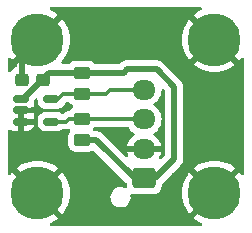
<source format=gtl>
G04 #@! TF.GenerationSoftware,KiCad,Pcbnew,7.0.8*
G04 #@! TF.CreationDate,2023-12-02T16:20:36-07:00*
G04 #@! TF.ProjectId,wheelspeed,77686565-6c73-4706-9565-642e6b696361,v1*
G04 #@! TF.SameCoordinates,Original*
G04 #@! TF.FileFunction,Copper,L1,Top*
G04 #@! TF.FilePolarity,Positive*
%FSLAX46Y46*%
G04 Gerber Fmt 4.6, Leading zero omitted, Abs format (unit mm)*
G04 Created by KiCad (PCBNEW 7.0.8) date 2023-12-02 16:20:36*
%MOMM*%
%LPD*%
G01*
G04 APERTURE LIST*
G04 Aperture macros list*
%AMRoundRect*
0 Rectangle with rounded corners*
0 $1 Rounding radius*
0 $2 $3 $4 $5 $6 $7 $8 $9 X,Y pos of 4 corners*
0 Add a 4 corners polygon primitive as box body*
4,1,4,$2,$3,$4,$5,$6,$7,$8,$9,$2,$3,0*
0 Add four circle primitives for the rounded corners*
1,1,$1+$1,$2,$3*
1,1,$1+$1,$4,$5*
1,1,$1+$1,$6,$7*
1,1,$1+$1,$8,$9*
0 Add four rect primitives between the rounded corners*
20,1,$1+$1,$2,$3,$4,$5,0*
20,1,$1+$1,$4,$5,$6,$7,0*
20,1,$1+$1,$6,$7,$8,$9,0*
20,1,$1+$1,$8,$9,$2,$3,0*%
G04 Aperture macros list end*
G04 #@! TA.AperFunction,SMDPad,CuDef*
%ADD10RoundRect,0.250000X-0.450000X0.262500X-0.450000X-0.262500X0.450000X-0.262500X0.450000X0.262500X0*%
G04 #@! TD*
G04 #@! TA.AperFunction,ComponentPad*
%ADD11C,4.500000*%
G04 #@! TD*
G04 #@! TA.AperFunction,SMDPad,CuDef*
%ADD12RoundRect,0.250000X0.450000X-0.262500X0.450000X0.262500X-0.450000X0.262500X-0.450000X-0.262500X0*%
G04 #@! TD*
G04 #@! TA.AperFunction,SMDPad,CuDef*
%ADD13RoundRect,0.275000X0.300000X0.275000X-0.300000X0.275000X-0.300000X-0.275000X0.300000X-0.275000X0*%
G04 #@! TD*
G04 #@! TA.AperFunction,SMDPad,CuDef*
%ADD14RoundRect,0.150000X-0.512500X-0.150000X0.512500X-0.150000X0.512500X0.150000X-0.512500X0.150000X0*%
G04 #@! TD*
G04 #@! TA.AperFunction,ComponentPad*
%ADD15RoundRect,0.250000X0.725000X-0.600000X0.725000X0.600000X-0.725000X0.600000X-0.725000X-0.600000X0*%
G04 #@! TD*
G04 #@! TA.AperFunction,ComponentPad*
%ADD16O,1.950000X1.700000*%
G04 #@! TD*
G04 #@! TA.AperFunction,ViaPad*
%ADD17C,0.800000*%
G04 #@! TD*
G04 #@! TA.AperFunction,Conductor*
%ADD18C,0.500000*%
G04 #@! TD*
G04 #@! TA.AperFunction,Conductor*
%ADD19C,0.300000*%
G04 #@! TD*
G04 APERTURE END LIST*
D10*
X136293750Y-93200000D03*
X136293750Y-95025000D03*
D11*
X147500000Y-90412500D03*
X132500000Y-103412500D03*
X132500000Y-90412500D03*
D12*
X136293750Y-98925000D03*
X136293750Y-97100000D03*
D11*
X147500000Y-103412500D03*
D13*
X133000000Y-93800000D03*
X131200000Y-93800000D03*
D14*
X131093750Y-95450000D03*
X131093750Y-96400000D03*
X131093750Y-97350000D03*
X133693750Y-97350000D03*
X133693750Y-95450000D03*
D15*
X141543750Y-102162500D03*
D16*
X141543750Y-99662500D03*
X141543750Y-97162500D03*
X141543750Y-94662500D03*
D17*
X130900000Y-98700000D03*
D18*
X141543750Y-102162500D02*
X140743750Y-102162500D01*
X143393750Y-101206250D02*
X144100000Y-100500000D01*
X131256250Y-95418750D02*
X132875000Y-93800000D01*
X139806250Y-93200000D02*
X136293750Y-93200000D01*
X141543750Y-102162500D02*
X142443750Y-102162500D01*
X142443750Y-102162500D02*
X143393750Y-101212500D01*
X142593750Y-92912500D02*
X140093750Y-92912500D01*
X132875000Y-93800000D02*
X132906250Y-93800000D01*
X143393750Y-101212500D02*
X143393750Y-101206250D01*
X144100000Y-94418750D02*
X142593750Y-92912500D01*
X131256250Y-95450000D02*
X131256250Y-95418750D01*
X144100000Y-100500000D02*
X144100000Y-94418750D01*
X140743750Y-102162500D02*
X137506250Y-98925000D01*
X133506250Y-93200000D02*
X136293750Y-93200000D01*
X137506250Y-98925000D02*
X136293750Y-98925000D01*
X132906250Y-93800000D02*
X133506250Y-93200000D01*
X140093750Y-92912500D02*
X139806250Y-93200000D01*
X131200000Y-91712500D02*
X132500000Y-90412500D01*
X131200000Y-93800000D02*
X131200000Y-91712500D01*
D19*
X141543750Y-97162500D02*
X136356250Y-97162500D01*
X136356250Y-97162500D02*
X136293750Y-97100000D01*
X135200000Y-97100000D02*
X134950000Y-97350000D01*
X136293750Y-97100000D02*
X135200000Y-97100000D01*
X134950000Y-97350000D02*
X133531250Y-97350000D01*
X138281250Y-95025000D02*
X138643750Y-94662500D01*
X136293750Y-95025000D02*
X134675000Y-95025000D01*
X134675000Y-95025000D02*
X134250000Y-95450000D01*
X138643750Y-94662500D02*
X141543750Y-94662500D01*
X134250000Y-95450000D02*
X133531250Y-95450000D01*
X136293750Y-95025000D02*
X138281250Y-95025000D01*
G04 #@! TA.AperFunction,Conductor*
G36*
X146397957Y-87682685D02*
G01*
X146443712Y-87735489D01*
X146453656Y-87804647D01*
X146424631Y-87868203D01*
X146381809Y-87900076D01*
X146219680Y-87973044D01*
X146219678Y-87973045D01*
X145934968Y-88145157D01*
X145934960Y-88145162D01*
X145739416Y-88298361D01*
X145739416Y-88298362D01*
X146738627Y-89297573D01*
X146628922Y-89374390D01*
X146461890Y-89541422D01*
X146385073Y-89651126D01*
X145385862Y-88651916D01*
X145385861Y-88651916D01*
X145232662Y-88847460D01*
X145232657Y-88847468D01*
X145060545Y-89132178D01*
X145060543Y-89132180D01*
X144924005Y-89435556D01*
X144923999Y-89435571D01*
X144825032Y-89753170D01*
X144765060Y-90080423D01*
X144744974Y-90412500D01*
X144765060Y-90744576D01*
X144825032Y-91071829D01*
X144923999Y-91389428D01*
X144924005Y-91389443D01*
X145060543Y-91692819D01*
X145060545Y-91692821D01*
X145232656Y-91977530D01*
X145385862Y-92173082D01*
X146385073Y-91173872D01*
X146461890Y-91283578D01*
X146628922Y-91450610D01*
X146738626Y-91527425D01*
X145739416Y-92526636D01*
X145739416Y-92526637D01*
X145934969Y-92679843D01*
X146219678Y-92851954D01*
X146219680Y-92851956D01*
X146523056Y-92988494D01*
X146523071Y-92988500D01*
X146840670Y-93087467D01*
X147167923Y-93147439D01*
X147500000Y-93167525D01*
X147832076Y-93147439D01*
X148159329Y-93087467D01*
X148476928Y-92988500D01*
X148476943Y-92988494D01*
X148780319Y-92851956D01*
X148780321Y-92851954D01*
X149065031Y-92679842D01*
X149065039Y-92679836D01*
X149260582Y-92526637D01*
X149260582Y-92526636D01*
X148261373Y-91527426D01*
X148371078Y-91450610D01*
X148538110Y-91283578D01*
X148614926Y-91173873D01*
X149614136Y-92173082D01*
X149614137Y-92173082D01*
X149767336Y-91977539D01*
X149767343Y-91977529D01*
X149769382Y-91974157D01*
X149820909Y-91926969D01*
X149889768Y-91915129D01*
X149954097Y-91942396D01*
X149993472Y-92000114D01*
X149999500Y-92038305D01*
X149999500Y-101786693D01*
X149979815Y-101853732D01*
X149927011Y-101899487D01*
X149857853Y-101909431D01*
X149794297Y-101880406D01*
X149769383Y-101850843D01*
X149767343Y-101847469D01*
X149614136Y-101651916D01*
X148614925Y-102651126D01*
X148538110Y-102541422D01*
X148371078Y-102374390D01*
X148261372Y-102297573D01*
X149260582Y-101298362D01*
X149260582Y-101298361D01*
X149065030Y-101145156D01*
X148780321Y-100973045D01*
X148780319Y-100973043D01*
X148476943Y-100836505D01*
X148476928Y-100836499D01*
X148159329Y-100737532D01*
X147832076Y-100677560D01*
X147500000Y-100657474D01*
X147167923Y-100677560D01*
X146840670Y-100737532D01*
X146523071Y-100836499D01*
X146523056Y-100836505D01*
X146219680Y-100973043D01*
X146219678Y-100973045D01*
X145934968Y-101145157D01*
X145934960Y-101145162D01*
X145739416Y-101298361D01*
X145739416Y-101298362D01*
X146738627Y-102297573D01*
X146628922Y-102374390D01*
X146461890Y-102541422D01*
X146385073Y-102651126D01*
X145385862Y-101651916D01*
X145385861Y-101651916D01*
X145232662Y-101847460D01*
X145232657Y-101847468D01*
X145060545Y-102132178D01*
X145060543Y-102132180D01*
X144924005Y-102435556D01*
X144923999Y-102435571D01*
X144825032Y-102753170D01*
X144765060Y-103080423D01*
X144744974Y-103412500D01*
X144765060Y-103744576D01*
X144825032Y-104071829D01*
X144923999Y-104389428D01*
X144924005Y-104389443D01*
X145060543Y-104692819D01*
X145060545Y-104692821D01*
X145232656Y-104977530D01*
X145385862Y-105173082D01*
X146385073Y-104173872D01*
X146461890Y-104283578D01*
X146628922Y-104450610D01*
X146738626Y-104527425D01*
X145739416Y-105526636D01*
X145739416Y-105526637D01*
X145934969Y-105679843D01*
X146219678Y-105851954D01*
X146219680Y-105851955D01*
X146381809Y-105924924D01*
X146434864Y-105970389D01*
X146454916Y-106037319D01*
X146435600Y-106104466D01*
X146383048Y-106150510D01*
X146330918Y-106162000D01*
X133669082Y-106162000D01*
X133602043Y-106142315D01*
X133556288Y-106089511D01*
X133546344Y-106020353D01*
X133575369Y-105956797D01*
X133618191Y-105924924D01*
X133780319Y-105851955D01*
X133780321Y-105851954D01*
X134065031Y-105679842D01*
X134065039Y-105679836D01*
X134260582Y-105526637D01*
X134260582Y-105526636D01*
X133261372Y-104527426D01*
X133371078Y-104450610D01*
X133538110Y-104283578D01*
X133614926Y-104173873D01*
X134614136Y-105173082D01*
X134614137Y-105173082D01*
X134767336Y-104977539D01*
X134767342Y-104977531D01*
X134939454Y-104692821D01*
X134939456Y-104692819D01*
X135075994Y-104389443D01*
X135076000Y-104389428D01*
X135174967Y-104071829D01*
X135234939Y-103744576D01*
X135255025Y-103412500D01*
X135234939Y-103080423D01*
X135174967Y-102753170D01*
X135076000Y-102435571D01*
X135075994Y-102435556D01*
X134939456Y-102132180D01*
X134939454Y-102132178D01*
X134767343Y-101847469D01*
X134614136Y-101651916D01*
X133614925Y-102651126D01*
X133538110Y-102541422D01*
X133371078Y-102374390D01*
X133261372Y-102297573D01*
X134260582Y-101298362D01*
X134260582Y-101298361D01*
X134065030Y-101145156D01*
X133780321Y-100973045D01*
X133780319Y-100973043D01*
X133476943Y-100836505D01*
X133476928Y-100836499D01*
X133159329Y-100737532D01*
X132832076Y-100677560D01*
X132500000Y-100657474D01*
X132167923Y-100677560D01*
X131840670Y-100737532D01*
X131523071Y-100836499D01*
X131523056Y-100836505D01*
X131219680Y-100973043D01*
X131219678Y-100973045D01*
X130934968Y-101145157D01*
X130934960Y-101145162D01*
X130739416Y-101298361D01*
X130739416Y-101298362D01*
X131738627Y-102297573D01*
X131628922Y-102374390D01*
X131461890Y-102541422D01*
X131385073Y-102651126D01*
X130385862Y-101651916D01*
X130385861Y-101651916D01*
X130232662Y-101847460D01*
X130232656Y-101847468D01*
X130230617Y-101850843D01*
X130179089Y-101898031D01*
X130110229Y-101909869D01*
X130045901Y-101882600D01*
X130006527Y-101824881D01*
X130000500Y-101786693D01*
X130000500Y-98129103D01*
X130020185Y-98062064D01*
X130072989Y-98016309D01*
X130142147Y-98006365D01*
X130187621Y-98022371D01*
X130321053Y-98101282D01*
X130321056Y-98101283D01*
X130478754Y-98147099D01*
X130478760Y-98147100D01*
X130515606Y-98150000D01*
X130843750Y-98150000D01*
X130843750Y-97600000D01*
X131343750Y-97600000D01*
X131343750Y-98150000D01*
X131671894Y-98150000D01*
X131708739Y-98147100D01*
X131708745Y-98147099D01*
X131866443Y-98101283D01*
X131866446Y-98101282D01*
X132007802Y-98017685D01*
X132007811Y-98017678D01*
X132123928Y-97901561D01*
X132123935Y-97901552D01*
X132207531Y-97760198D01*
X132253350Y-97602486D01*
X132253545Y-97600001D01*
X132253545Y-97600000D01*
X131343750Y-97600000D01*
X130843750Y-97600000D01*
X130843750Y-96650000D01*
X131343750Y-96650000D01*
X131343750Y-97100000D01*
X132253545Y-97100000D01*
X132253545Y-97099998D01*
X132253350Y-97097513D01*
X132207532Y-96939804D01*
X132206540Y-96938127D01*
X132206161Y-96936635D01*
X132204435Y-96932646D01*
X132205078Y-96932367D01*
X132189354Y-96870404D01*
X132204874Y-96817544D01*
X132204435Y-96817354D01*
X132205976Y-96813792D01*
X132206540Y-96811873D01*
X132207532Y-96810195D01*
X132253350Y-96652486D01*
X132253545Y-96650001D01*
X132253545Y-96650000D01*
X131343750Y-96650000D01*
X130843750Y-96650000D01*
X130843750Y-96374500D01*
X130863435Y-96307461D01*
X130916239Y-96261706D01*
X130967750Y-96250500D01*
X131671946Y-96250500D01*
X131690381Y-96249049D01*
X131708819Y-96247598D01*
X131708821Y-96247597D01*
X131708823Y-96247597D01*
X131750441Y-96235505D01*
X131866648Y-96201744D01*
X131924944Y-96167268D01*
X131988065Y-96150000D01*
X132253545Y-96150000D01*
X132253545Y-96149998D01*
X132253350Y-96147511D01*
X132253349Y-96147505D01*
X132207533Y-95989806D01*
X132207531Y-95989801D01*
X132206828Y-95988612D01*
X132206560Y-95987558D01*
X132204434Y-95982644D01*
X132205226Y-95982300D01*
X132189645Y-95920888D01*
X132205259Y-95867714D01*
X132204896Y-95867557D01*
X132206170Y-95864612D01*
X132206829Y-95862369D01*
X132207689Y-95860913D01*
X132207994Y-95860398D01*
X132253848Y-95702569D01*
X132256051Y-95674582D01*
X132256750Y-95665696D01*
X132256750Y-95530978D01*
X132276435Y-95463939D01*
X132293065Y-95443301D01*
X132319070Y-95417296D01*
X132380392Y-95383812D01*
X132450084Y-95388796D01*
X132506017Y-95430668D01*
X132530434Y-95496132D01*
X132530750Y-95504978D01*
X132530750Y-95665696D01*
X132533651Y-95702567D01*
X132533652Y-95702573D01*
X132579504Y-95860393D01*
X132579505Y-95860396D01*
X132579506Y-95860398D01*
X132583740Y-95867557D01*
X132663167Y-96001862D01*
X132663173Y-96001870D01*
X132779379Y-96118076D01*
X132779383Y-96118079D01*
X132779385Y-96118081D01*
X132920852Y-96201744D01*
X132962474Y-96213836D01*
X133078676Y-96247597D01*
X133078679Y-96247597D01*
X133078681Y-96247598D01*
X133090972Y-96248565D01*
X133115554Y-96250500D01*
X133115556Y-96250500D01*
X134271946Y-96250500D01*
X134290381Y-96249049D01*
X134308819Y-96247598D01*
X134308821Y-96247597D01*
X134308823Y-96247597D01*
X134350441Y-96235505D01*
X134466648Y-96201744D01*
X134608115Y-96118081D01*
X134724331Y-96001865D01*
X134807994Y-95860398D01*
X134818950Y-95822685D01*
X134850346Y-95769599D01*
X134908128Y-95711818D01*
X134969451Y-95678334D01*
X134995808Y-95675500D01*
X135132082Y-95675500D01*
X135199121Y-95695185D01*
X135237620Y-95734403D01*
X135251035Y-95756152D01*
X135251038Y-95756156D01*
X135375094Y-95880212D01*
X135499525Y-95956961D01*
X135546249Y-96008909D01*
X135557472Y-96077872D01*
X135529628Y-96141954D01*
X135499525Y-96168039D01*
X135375092Y-96244789D01*
X135251038Y-96368843D01*
X135251036Y-96368846D01*
X135236515Y-96392387D01*
X135184566Y-96439109D01*
X135134877Y-96451225D01*
X135097434Y-96452402D01*
X135097424Y-96452404D01*
X135077048Y-96458323D01*
X135058008Y-96462266D01*
X135036947Y-96464927D01*
X135036939Y-96464929D01*
X134991775Y-96482811D01*
X134986247Y-96484703D01*
X134939602Y-96498255D01*
X134921332Y-96509060D01*
X134903863Y-96517618D01*
X134884128Y-96525432D01*
X134884126Y-96525433D01*
X134852585Y-96548348D01*
X134847007Y-96552402D01*
X134844839Y-96553977D01*
X134839956Y-96557184D01*
X134798132Y-96581919D01*
X134783126Y-96596926D01*
X134768336Y-96609558D01*
X134751167Y-96622032D01*
X134751164Y-96622035D01*
X134738407Y-96637455D01*
X134680505Y-96676560D01*
X134610654Y-96678153D01*
X134579747Y-96665142D01*
X134466648Y-96598256D01*
X134466647Y-96598255D01*
X134466646Y-96598255D01*
X134466643Y-96598254D01*
X134308823Y-96552402D01*
X134308817Y-96552401D01*
X134271946Y-96549500D01*
X134271944Y-96549500D01*
X133115556Y-96549500D01*
X133115554Y-96549500D01*
X133078682Y-96552401D01*
X133078676Y-96552402D01*
X132920856Y-96598254D01*
X132920853Y-96598255D01*
X132779387Y-96681917D01*
X132779379Y-96681923D01*
X132663173Y-96798129D01*
X132663167Y-96798137D01*
X132579505Y-96939603D01*
X132579504Y-96939606D01*
X132533652Y-97097426D01*
X132533651Y-97097432D01*
X132530750Y-97134304D01*
X132530750Y-97565696D01*
X132533651Y-97602567D01*
X132533652Y-97602573D01*
X132579504Y-97760393D01*
X132579505Y-97760396D01*
X132663167Y-97901862D01*
X132663173Y-97901870D01*
X132779379Y-98018076D01*
X132779383Y-98018079D01*
X132779385Y-98018081D01*
X132920852Y-98101744D01*
X132962474Y-98113836D01*
X133078676Y-98147597D01*
X133078679Y-98147597D01*
X133078681Y-98147598D01*
X133090972Y-98148565D01*
X133115554Y-98150500D01*
X133115556Y-98150500D01*
X134271946Y-98150500D01*
X134290381Y-98149049D01*
X134308819Y-98147598D01*
X134308821Y-98147597D01*
X134308823Y-98147597D01*
X134353868Y-98134510D01*
X134466648Y-98101744D01*
X134572983Y-98038858D01*
X134608645Y-98017768D01*
X134671766Y-98000500D01*
X134864495Y-98000500D01*
X134880505Y-98002267D01*
X134880528Y-98002026D01*
X134888289Y-98002758D01*
X134888296Y-98002760D01*
X134960203Y-98000500D01*
X134990925Y-98000500D01*
X134998190Y-97999581D01*
X135004016Y-97999122D01*
X135052569Y-97997597D01*
X135072956Y-97991673D01*
X135091996Y-97987731D01*
X135113058Y-97985071D01*
X135130359Y-97978220D01*
X135199933Y-97971842D01*
X135261915Y-98004092D01*
X135296621Y-98064733D01*
X135293033Y-98134510D01*
X135263691Y-98181191D01*
X135251038Y-98193844D01*
X135158937Y-98343163D01*
X135158935Y-98343168D01*
X135150298Y-98369234D01*
X135103751Y-98509703D01*
X135103751Y-98509704D01*
X135103750Y-98509704D01*
X135093250Y-98612483D01*
X135093250Y-99237501D01*
X135093251Y-99237519D01*
X135103750Y-99340296D01*
X135103751Y-99340299D01*
X135144460Y-99463149D01*
X135158936Y-99506834D01*
X135251038Y-99656156D01*
X135375094Y-99780212D01*
X135524416Y-99872314D01*
X135690953Y-99927499D01*
X135793741Y-99938000D01*
X136793758Y-99937999D01*
X136793766Y-99937998D01*
X136793769Y-99937998D01*
X136850052Y-99932248D01*
X136896547Y-99927499D01*
X137063084Y-99872314D01*
X137183194Y-99798229D01*
X137250586Y-99779790D01*
X137317249Y-99800713D01*
X137335971Y-99816088D01*
X140031931Y-102512048D01*
X140065416Y-102573371D01*
X140068250Y-102599728D01*
X140068250Y-102812500D01*
X140068251Y-102812519D01*
X140073530Y-102864190D01*
X140060760Y-102932883D01*
X140012879Y-102983767D01*
X139945089Y-103000687D01*
X139898105Y-102989330D01*
X139891028Y-102986056D01*
X139816917Y-102951768D01*
X139816913Y-102951766D01*
X139636247Y-102912000D01*
X139497637Y-102912000D01*
X139497633Y-102912000D01*
X139359838Y-102926986D01*
X139184526Y-102986057D01*
X139184524Y-102986058D01*
X139026012Y-103081431D01*
X139026011Y-103081432D01*
X138891709Y-103208649D01*
X138787888Y-103361776D01*
X138719419Y-103533622D01*
X138689490Y-103716185D01*
X138699505Y-103900906D01*
X138699505Y-103900911D01*
X138748994Y-104079156D01*
X138748997Y-104079162D01*
X138835648Y-104242602D01*
X138898290Y-104316350D01*
X138955413Y-104383600D01*
X139102686Y-104495554D01*
X139270583Y-104573232D01*
X139270584Y-104573232D01*
X139270586Y-104573233D01*
X139325398Y-104585297D01*
X139451253Y-104613000D01*
X139451256Y-104613000D01*
X139589857Y-104613000D01*
X139589863Y-104613000D01*
X139727660Y-104598014D01*
X139902971Y-104538944D01*
X140061486Y-104443570D01*
X140195791Y-104316349D01*
X140299608Y-104163230D01*
X140368081Y-103991375D01*
X140398010Y-103808817D01*
X140387995Y-103624093D01*
X140384844Y-103612744D01*
X140385876Y-103542882D01*
X140424514Y-103484668D01*
X140488491Y-103456585D01*
X140543323Y-103461863D01*
X140665953Y-103502499D01*
X140768741Y-103513000D01*
X142318758Y-103512999D01*
X142421547Y-103502499D01*
X142588084Y-103447314D01*
X142737406Y-103355212D01*
X142861462Y-103231156D01*
X142953564Y-103081834D01*
X143008749Y-102915297D01*
X143019250Y-102812509D01*
X143019249Y-102699728D01*
X143038933Y-102632690D01*
X143055563Y-102612053D01*
X143879392Y-101788224D01*
X143893021Y-101776447D01*
X143912280Y-101762110D01*
X143945851Y-101722101D01*
X143949511Y-101718106D01*
X143955338Y-101712280D01*
X143955338Y-101712279D01*
X143955341Y-101712277D01*
X143975690Y-101686540D01*
X143977814Y-101684008D01*
X143981489Y-101679877D01*
X144585641Y-101075724D01*
X144599260Y-101063954D01*
X144618530Y-101049610D01*
X144652123Y-101009574D01*
X144655757Y-101005608D01*
X144661590Y-100999777D01*
X144681927Y-100974055D01*
X144731302Y-100915214D01*
X144731304Y-100915209D01*
X144735272Y-100909179D01*
X144735323Y-100909212D01*
X144739369Y-100902860D01*
X144739317Y-100902828D01*
X144743109Y-100896679D01*
X144743111Y-100896677D01*
X144775569Y-100827069D01*
X144810040Y-100758433D01*
X144810043Y-100758417D01*
X144812510Y-100751644D01*
X144812568Y-100751665D01*
X144815043Y-100744546D01*
X144814985Y-100744527D01*
X144817256Y-100737672D01*
X144817276Y-100737578D01*
X144832784Y-100662467D01*
X144850500Y-100587721D01*
X144850500Y-100587720D01*
X144851339Y-100580548D01*
X144851397Y-100580554D01*
X144852164Y-100573056D01*
X144852104Y-100573051D01*
X144852733Y-100565860D01*
X144850500Y-100489103D01*
X144850500Y-94482455D01*
X144851809Y-94464485D01*
X144853867Y-94450432D01*
X144855289Y-94440727D01*
X144855140Y-94439028D01*
X144852409Y-94407808D01*
X144850735Y-94388683D01*
X144850500Y-94383282D01*
X144850500Y-94375046D01*
X144850500Y-94375041D01*
X144846691Y-94342455D01*
X144839998Y-94265953D01*
X144839995Y-94265944D01*
X144838538Y-94258885D01*
X144838598Y-94258872D01*
X144836966Y-94251514D01*
X144836908Y-94251528D01*
X144835241Y-94244497D01*
X144835241Y-94244495D01*
X144808969Y-94172313D01*
X144808132Y-94169788D01*
X144784815Y-94099418D01*
X144781762Y-94092871D01*
X144781815Y-94092845D01*
X144778531Y-94086061D01*
X144778479Y-94086088D01*
X144775236Y-94079632D01*
X144773194Y-94076528D01*
X144733034Y-94015466D01*
X144705104Y-93970185D01*
X144692714Y-93950097D01*
X144688234Y-93944431D01*
X144688280Y-93944393D01*
X144683519Y-93938549D01*
X144683474Y-93938588D01*
X144678834Y-93933058D01*
X144622982Y-93880363D01*
X143169479Y-92426861D01*
X143157699Y-92413230D01*
X143150232Y-92403201D01*
X143143362Y-92393972D01*
X143123149Y-92377011D01*
X143103337Y-92360386D01*
X143099362Y-92356744D01*
X143096440Y-92353822D01*
X143093530Y-92350911D01*
X143067790Y-92330559D01*
X143008959Y-92281194D01*
X143002930Y-92277229D01*
X143002962Y-92277180D01*
X142996603Y-92273128D01*
X142996572Y-92273179D01*
X142990430Y-92269391D01*
X142990428Y-92269390D01*
X142990427Y-92269389D01*
X142951224Y-92251108D01*
X142920808Y-92236924D01*
X142886644Y-92219767D01*
X142852183Y-92202460D01*
X142852181Y-92202459D01*
X142852180Y-92202459D01*
X142845395Y-92199989D01*
X142845415Y-92199933D01*
X142838299Y-92197459D01*
X142838281Y-92197515D01*
X142831421Y-92195242D01*
X142803591Y-92189496D01*
X142756184Y-92179707D01*
X142707222Y-92168103D01*
X142681469Y-92161999D01*
X142674297Y-92161161D01*
X142674303Y-92161101D01*
X142666805Y-92160335D01*
X142666800Y-92160395D01*
X142659610Y-92159765D01*
X142582833Y-92162000D01*
X140157455Y-92162000D01*
X140139485Y-92160691D01*
X140115722Y-92157210D01*
X140070640Y-92161155D01*
X140063683Y-92161764D01*
X140058282Y-92162000D01*
X140050038Y-92162000D01*
X140017457Y-92165808D01*
X139940949Y-92172501D01*
X139933883Y-92173961D01*
X139933871Y-92173904D01*
X139926504Y-92175538D01*
X139926518Y-92175594D01*
X139919501Y-92177256D01*
X139847323Y-92203526D01*
X139774412Y-92227687D01*
X139767869Y-92230738D01*
X139767844Y-92230686D01*
X139761064Y-92233968D01*
X139761090Y-92234020D01*
X139754631Y-92237264D01*
X139690459Y-92279470D01*
X139625095Y-92319788D01*
X139619427Y-92324270D01*
X139619391Y-92324224D01*
X139613548Y-92328984D01*
X139613585Y-92329028D01*
X139608055Y-92333667D01*
X139555349Y-92389533D01*
X139531700Y-92413181D01*
X139470377Y-92446666D01*
X139444019Y-92449500D01*
X137368480Y-92449500D01*
X137301441Y-92429815D01*
X137280799Y-92413181D01*
X137212407Y-92344789D01*
X137212406Y-92344788D01*
X137063084Y-92252686D01*
X136896547Y-92197501D01*
X136896545Y-92197500D01*
X136793760Y-92187000D01*
X135793748Y-92187000D01*
X135793730Y-92187001D01*
X135690953Y-92197500D01*
X135690950Y-92197501D01*
X135524418Y-92252685D01*
X135524413Y-92252687D01*
X135375092Y-92344789D01*
X135306701Y-92413181D01*
X135245378Y-92446666D01*
X135219020Y-92449500D01*
X134651450Y-92449500D01*
X134584411Y-92429815D01*
X134538656Y-92377011D01*
X134528712Y-92307853D01*
X134557737Y-92244297D01*
X134560006Y-92241859D01*
X134562162Y-92239426D01*
X134767337Y-91977540D01*
X134767342Y-91977531D01*
X134939454Y-91692821D01*
X134939456Y-91692819D01*
X135075994Y-91389443D01*
X135076000Y-91389428D01*
X135174967Y-91071829D01*
X135234939Y-90744576D01*
X135255025Y-90412500D01*
X135234939Y-90080423D01*
X135174967Y-89753170D01*
X135076000Y-89435571D01*
X135075994Y-89435556D01*
X134939456Y-89132180D01*
X134939454Y-89132178D01*
X134767343Y-88847469D01*
X134614136Y-88651916D01*
X133614925Y-89651126D01*
X133538110Y-89541422D01*
X133371078Y-89374390D01*
X133261372Y-89297573D01*
X134260582Y-88298362D01*
X134260582Y-88298361D01*
X134065030Y-88145156D01*
X133780321Y-87973045D01*
X133780319Y-87973044D01*
X133618191Y-87900076D01*
X133565136Y-87854611D01*
X133545084Y-87787681D01*
X133564400Y-87720534D01*
X133616952Y-87674490D01*
X133669082Y-87663000D01*
X146330918Y-87663000D01*
X146397957Y-87682685D01*
G37*
G04 #@! TD.AperFunction*
G04 #@! TA.AperFunction,Conductor*
G36*
X143233195Y-94613312D02*
G01*
X143313181Y-94693298D01*
X143346666Y-94754621D01*
X143349500Y-94780979D01*
X143349500Y-100137769D01*
X143329815Y-100204808D01*
X143313181Y-100225450D01*
X143012588Y-100526042D01*
X142951265Y-100559527D01*
X142881573Y-100554543D01*
X142825640Y-100512671D01*
X142801223Y-100447207D01*
X142816075Y-100378934D01*
X142823334Y-100367235D01*
X142842348Y-100340081D01*
X142842349Y-100340079D01*
X142942179Y-100125992D01*
X142942182Y-100125986D01*
X142999386Y-99912500D01*
X141947719Y-99912500D01*
X141980269Y-99861851D01*
X142018750Y-99730795D01*
X142018750Y-99594205D01*
X141980269Y-99463149D01*
X141947719Y-99412500D01*
X142999386Y-99412500D01*
X142999385Y-99412499D01*
X142942182Y-99199013D01*
X142942179Y-99199007D01*
X142842350Y-98984922D01*
X142842349Y-98984920D01*
X142706863Y-98791426D01*
X142706858Y-98791420D01*
X142539829Y-98624391D01*
X142539823Y-98624386D01*
X142382717Y-98514380D01*
X142339092Y-98459803D01*
X142331898Y-98390305D01*
X142363421Y-98327950D01*
X142382710Y-98311235D01*
X142540151Y-98200995D01*
X142707245Y-98033901D01*
X142842785Y-97840330D01*
X142942653Y-97626163D01*
X143003813Y-97397908D01*
X143024409Y-97162500D01*
X143003813Y-96927092D01*
X142942653Y-96698837D01*
X142842785Y-96484671D01*
X142842784Y-96484669D01*
X142707244Y-96291097D01*
X142540153Y-96124006D01*
X142430360Y-96047129D01*
X142383151Y-96014073D01*
X142339528Y-95959499D01*
X142332334Y-95890000D01*
X142363856Y-95827645D01*
X142383148Y-95810928D01*
X142540151Y-95700995D01*
X142707245Y-95533901D01*
X142842785Y-95340330D01*
X142942653Y-95126163D01*
X143003813Y-94897908D01*
X143021986Y-94690183D01*
X143047438Y-94625117D01*
X143104029Y-94584138D01*
X143173791Y-94580260D01*
X143233195Y-94613312D01*
G37*
G04 #@! TD.AperFunction*
G04 #@! TA.AperFunction,Conductor*
G36*
X140228068Y-97832685D02*
G01*
X140262604Y-97865877D01*
X140380256Y-98033903D01*
X140547347Y-98200994D01*
X140704781Y-98311230D01*
X140748406Y-98365807D01*
X140755600Y-98435305D01*
X140724077Y-98497660D01*
X140704782Y-98514380D01*
X140547672Y-98624390D01*
X140547670Y-98624391D01*
X140380644Y-98791417D01*
X140245149Y-98984921D01*
X140145320Y-99199007D01*
X140145317Y-99199013D01*
X140088114Y-99412499D01*
X140088114Y-99412500D01*
X141139781Y-99412500D01*
X141107231Y-99463149D01*
X141068750Y-99594205D01*
X141068750Y-99730795D01*
X141107231Y-99861851D01*
X141139781Y-99912500D01*
X140088114Y-99912500D01*
X140145317Y-100125986D01*
X140145321Y-100125997D01*
X140177264Y-100194499D01*
X140187756Y-100263576D01*
X140159236Y-100327360D01*
X140100759Y-100365599D01*
X140030891Y-100366153D01*
X139977201Y-100334584D01*
X139236822Y-99594205D01*
X138081979Y-98439361D01*
X138070199Y-98425730D01*
X138062732Y-98415701D01*
X138055862Y-98406472D01*
X138036595Y-98390305D01*
X138015837Y-98372886D01*
X138011862Y-98369244D01*
X138008425Y-98365807D01*
X138006030Y-98363411D01*
X137980290Y-98343059D01*
X137921459Y-98293694D01*
X137915430Y-98289729D01*
X137915462Y-98289680D01*
X137909103Y-98285628D01*
X137909072Y-98285679D01*
X137902930Y-98281891D01*
X137902928Y-98281890D01*
X137902927Y-98281889D01*
X137863724Y-98263608D01*
X137833308Y-98249424D01*
X137799144Y-98232267D01*
X137764683Y-98214960D01*
X137764681Y-98214959D01*
X137764680Y-98214959D01*
X137757895Y-98212489D01*
X137757915Y-98212433D01*
X137750799Y-98209959D01*
X137750781Y-98210015D01*
X137743921Y-98207742D01*
X137711238Y-98200994D01*
X137668684Y-98192207D01*
X137619722Y-98180603D01*
X137593969Y-98174499D01*
X137586797Y-98173661D01*
X137586803Y-98173601D01*
X137579305Y-98172835D01*
X137579300Y-98172895D01*
X137572110Y-98172265D01*
X137495333Y-98174500D01*
X137368480Y-98174500D01*
X137301441Y-98154815D01*
X137280799Y-98138181D01*
X137242799Y-98100181D01*
X137209314Y-98038858D01*
X137214298Y-97969166D01*
X137242797Y-97924820D01*
X137318300Y-97849318D01*
X137379624Y-97815834D01*
X137405981Y-97813000D01*
X140161029Y-97813000D01*
X140228068Y-97832685D01*
G37*
G04 #@! TD.AperFunction*
G04 #@! TA.AperFunction,Conductor*
G36*
X131461890Y-91283578D02*
G01*
X131628922Y-91450610D01*
X131738626Y-91527425D01*
X130739416Y-92526636D01*
X130739416Y-92526637D01*
X130766992Y-92548241D01*
X130807625Y-92605081D01*
X130811077Y-92674865D01*
X130776253Y-92735438D01*
X130731474Y-92762894D01*
X130561611Y-92822331D01*
X130413737Y-92915246D01*
X130290246Y-93038737D01*
X130229494Y-93135425D01*
X130177159Y-93181716D01*
X130108106Y-93192364D01*
X130044257Y-93163989D01*
X130005885Y-93105600D01*
X130000500Y-93069453D01*
X130000500Y-92038306D01*
X130020185Y-91971267D01*
X130072989Y-91925512D01*
X130142147Y-91915568D01*
X130205703Y-91944593D01*
X130230621Y-91974163D01*
X130232656Y-91977530D01*
X130385862Y-92173082D01*
X131385073Y-91173872D01*
X131461890Y-91283578D01*
G37*
G04 #@! TD.AperFunction*
M02*

</source>
